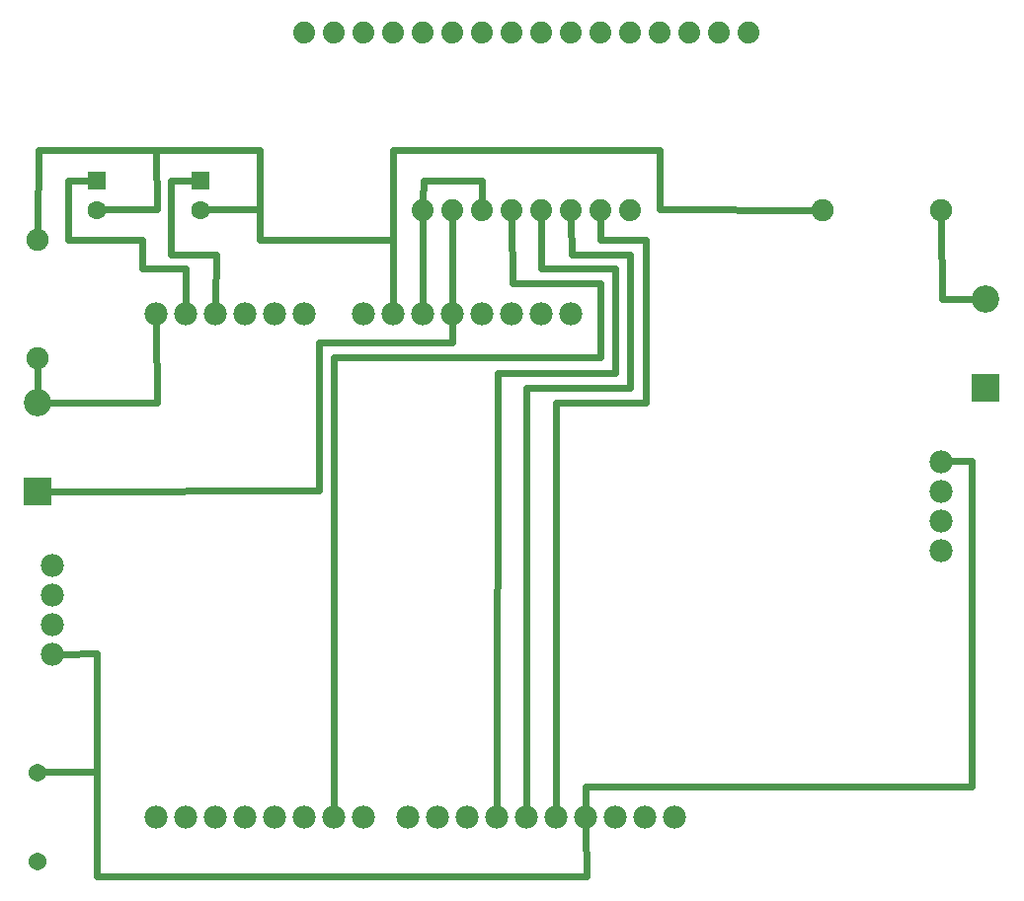
<source format=gtl>
G04 MADE WITH FRITZING*
G04 WWW.FRITZING.ORG*
G04 DOUBLE SIDED*
G04 HOLES PLATED*
G04 CONTOUR ON CENTER OF CONTOUR VECTOR*
%ASAXBY*%
%FSLAX23Y23*%
%MOIN*%
%OFA0B0*%
%SFA1.0B1.0*%
%ADD10C,0.078000*%
%ADD11C,0.074000*%
%ADD12C,0.060444*%
%ADD13C,0.092000*%
%ADD14C,0.075000*%
%ADD15C,0.062992*%
%ADD16R,0.092000X0.092000*%
%ADD17R,0.062992X0.062992*%
%ADD18C,0.024000*%
%LNCOPPER1*%
G90*
G70*
G54D10*
X3199Y1473D03*
X3199Y1373D03*
X3199Y1273D03*
X3199Y1173D03*
X199Y823D03*
X199Y923D03*
X199Y1023D03*
X199Y1123D03*
G54D11*
X1049Y2923D03*
X1149Y2923D03*
X1249Y2923D03*
X1349Y2923D03*
X1449Y2923D03*
X1549Y2923D03*
X1649Y2923D03*
X1749Y2923D03*
X1849Y2923D03*
X1949Y2923D03*
X2049Y2923D03*
X2149Y2923D03*
X2249Y2923D03*
X2349Y2923D03*
X2449Y2923D03*
X2549Y2923D03*
X1449Y2323D03*
X1549Y2323D03*
X1649Y2323D03*
X1749Y2323D03*
X1849Y2323D03*
X1949Y2323D03*
X2049Y2323D03*
X2149Y2323D03*
G54D12*
X149Y423D03*
X149Y123D03*
G54D13*
X3349Y1723D03*
X3349Y2023D03*
X149Y1373D03*
X149Y1673D03*
G54D14*
X2799Y2323D03*
X3199Y2323D03*
X149Y1823D03*
X149Y2223D03*
G54D15*
X349Y2422D03*
X349Y2323D03*
X699Y2422D03*
X699Y2323D03*
G54D10*
X1049Y1973D03*
X949Y1973D03*
X849Y1973D03*
X749Y1973D03*
X649Y1973D03*
X549Y1973D03*
X1949Y1973D03*
X1849Y1973D03*
X1749Y1973D03*
X1649Y1973D03*
X1549Y1973D03*
X1449Y1973D03*
X1349Y1973D03*
X1249Y1973D03*
X1249Y273D03*
X1149Y273D03*
X1049Y273D03*
X949Y273D03*
X849Y273D03*
X749Y273D03*
X649Y273D03*
X549Y273D03*
X2299Y273D03*
X2199Y273D03*
X2099Y273D03*
X1999Y273D03*
X1899Y273D03*
X1799Y273D03*
X1699Y273D03*
X1599Y273D03*
X1499Y273D03*
X1399Y273D03*
G54D16*
X3349Y1723D03*
X149Y1373D03*
G54D17*
X349Y2422D03*
X699Y2422D03*
G54D18*
X1449Y2004D02*
X1449Y2292D01*
D02*
X1549Y2004D02*
X1549Y2292D01*
D02*
X3301Y1475D02*
X3229Y1474D01*
D02*
X3301Y374D02*
X3301Y1475D01*
D02*
X1999Y304D02*
X1998Y374D01*
D02*
X1998Y374D02*
X3301Y374D01*
D02*
X149Y1795D02*
X149Y1711D01*
D02*
X1149Y1824D02*
X2048Y1824D01*
D02*
X2048Y1824D02*
X2048Y2074D01*
D02*
X2048Y2074D02*
X1750Y2074D01*
D02*
X1750Y2074D02*
X1749Y2292D01*
D02*
X1149Y425D02*
X1149Y1824D01*
D02*
X1149Y304D02*
X1149Y425D01*
D02*
X547Y2525D02*
X151Y2525D01*
D02*
X899Y2324D02*
X897Y2475D01*
D02*
X897Y2525D02*
X547Y2525D01*
D02*
X899Y2223D02*
X899Y2324D01*
D02*
X1349Y2004D02*
X1348Y2223D01*
D02*
X1348Y2223D02*
X899Y2223D01*
D02*
X897Y2475D02*
X897Y2525D01*
D02*
X151Y2525D02*
X149Y2252D01*
D02*
X551Y2324D02*
X376Y2324D01*
D02*
X547Y2525D02*
X551Y2324D01*
D02*
X899Y2324D02*
X726Y2324D01*
D02*
X549Y1943D02*
X551Y1672D01*
D02*
X551Y1672D02*
X186Y1673D01*
D02*
X250Y2223D02*
X250Y2422D01*
D02*
X348Y2223D02*
X250Y2223D01*
D02*
X501Y2125D02*
X501Y2221D01*
D02*
X250Y2422D02*
X322Y2422D01*
D02*
X649Y2125D02*
X501Y2125D01*
D02*
X649Y2004D02*
X649Y2125D01*
D02*
X501Y2221D02*
X348Y2223D01*
D02*
X598Y2172D02*
X598Y2422D01*
D02*
X750Y2172D02*
X598Y2172D01*
D02*
X598Y2422D02*
X672Y2422D01*
D02*
X749Y2004D02*
X750Y2172D01*
D02*
X2247Y2324D02*
X2770Y2323D01*
D02*
X2247Y2524D02*
X2247Y2324D01*
D02*
X1348Y2524D02*
X2247Y2524D01*
D02*
X1348Y2223D02*
X1348Y2524D01*
D02*
X3200Y2023D02*
X3199Y2295D01*
D02*
X3312Y2023D02*
X3200Y2023D01*
D02*
X348Y425D02*
X174Y424D01*
D02*
X348Y73D02*
X348Y425D01*
D02*
X1999Y243D02*
X2001Y73D01*
D02*
X2001Y73D02*
X348Y73D01*
D02*
X348Y824D02*
X229Y823D01*
D02*
X348Y425D02*
X348Y824D01*
D02*
X1700Y1773D02*
X2099Y1773D01*
D02*
X2099Y2125D02*
X1849Y2125D01*
D02*
X2099Y1773D02*
X2099Y2125D01*
D02*
X1849Y2125D02*
X1849Y2292D01*
D02*
X1699Y304D02*
X1700Y1773D01*
D02*
X1798Y1723D02*
X2149Y1723D01*
D02*
X2149Y1723D02*
X2149Y2172D01*
D02*
X1799Y304D02*
X1798Y1723D01*
D02*
X2149Y2172D02*
X1950Y2172D01*
D02*
X1950Y2172D02*
X1949Y2292D01*
D02*
X1899Y1672D02*
X2200Y1672D01*
D02*
X2200Y1672D02*
X2200Y2223D01*
D02*
X1899Y304D02*
X1899Y1672D01*
D02*
X2200Y2223D02*
X2048Y2223D01*
D02*
X2048Y2223D02*
X2049Y2292D01*
D02*
X1098Y1875D02*
X1548Y1875D01*
D02*
X1098Y1374D02*
X1098Y1875D01*
D02*
X1548Y1875D02*
X1549Y1943D01*
D02*
X186Y1373D02*
X1098Y1374D01*
D02*
X1649Y2422D02*
X1649Y2355D01*
D02*
X1450Y2422D02*
X1649Y2422D01*
D02*
X1449Y2355D02*
X1450Y2422D01*
G04 End of Copper1*
M02*
</source>
